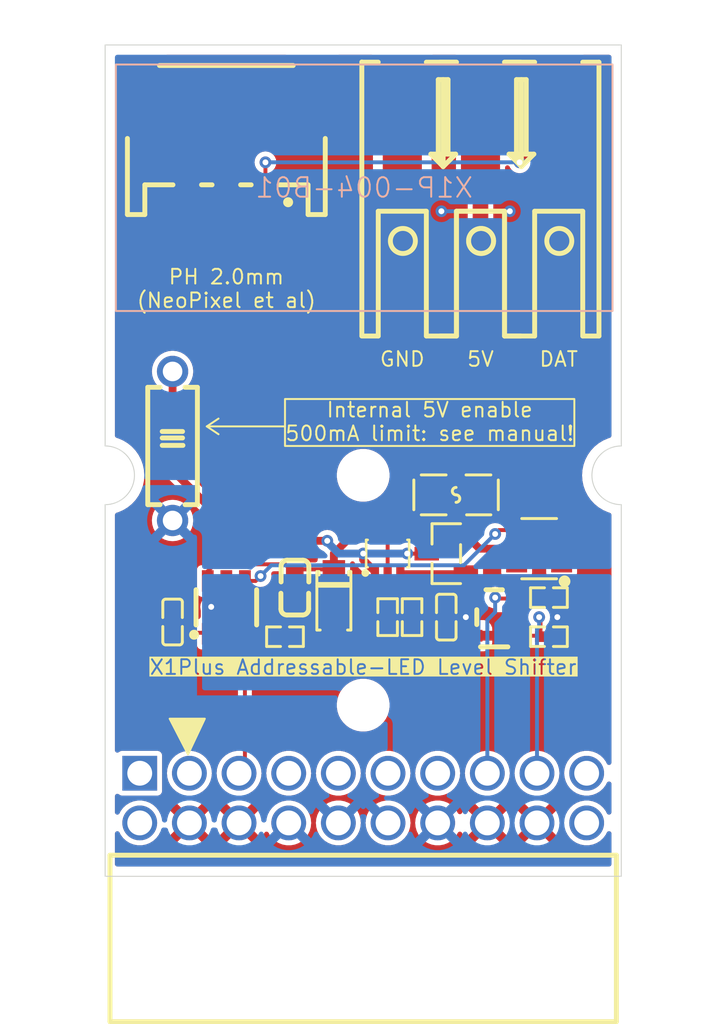
<source format=kicad_pcb>
(kicad_pcb (version 20240108) (generator "pcbnew") (generator_version "8.0")
  (layers (0 "F.Cu" signal) (31 "B.Cu" signal) (34 "B.Paste" user) (35 "F.Paste" user) (36 "B.SilkS" user "B.Silkscreen") (37 "F.SilkS" user "F.Silkscreen") (38 "B.Mask" user) (39 "F.Mask" user) (44 "Edge.Cuts" user))
  (net 0 "")
  (net 1 "5V")
  (net 2 "GND")
  (net 3 "3V3")
  (net 4 "LD6")
  (net 5 "LD7")
  (net 6 "HD1")
  (net 7 "LD1")
  (net 8 "Net-(U4-G)")
  (net 9 "5V_INT")
  (net 10 "Net-(Q1-Pad2)")
  (net 11 "/5V_SW")
  (net 21 "unconnected-(HDR1-Pad3)")
  (net 23 "Net-(CN1-Pad2)")
  (footprint "x1p-004:HDR-TH_20P-P2.54-H-F-R2-C10-S2.54-W10.2" (layer "F.Cu") (at 68.5 122.5)
    (property "Reference" "HDR1" (hide yes))
    (property "Value" "220R-2*10P H=8.5MM Ytype Gold-plated black")
    (fp_line (start -12.95 2.92) (end -12.7 2.92) (stroke (width 0.25)) (layer "F.SilkS"))
    (fp_line (start -12.95 11.43) (end -12.95 2.92) (stroke (width 0.25)) (layer "F.SilkS"))
    (fp_line (start -12.7 2.92) (end 12.95 2.92) (stroke (width 0.25)) (layer "F.SilkS"))
    (fp_line (start 12.95 2.92) (end 12.95 11.43) (stroke (width 0.25)) (layer "F.SilkS"))
    (fp_line (start 12.95 11.43) (end -12.95 11.43) (stroke (width 0.25)) (layer "F.SilkS"))
    (pad "1" thru_hole rect (at -11.43 -1.27) (size 1.78 1.78) (drill 1.27) (layers "*.Cu" "*.Mask"))
    (pad "2" thru_hole circle (at -11.43 1.27) (size 1.78 1.78) (drill 1.27) (layers "*.Cu" "*.Mask"))
    (pad "3" thru_hole circle (at -8.89 -1.27) (size 1.78 1.78) (drill 1.27) (layers "*.Cu" "*.Mask") (net 21 "unconnected-(HDR1-Pad3)"))
    (pad "4" thru_hole circle (at -8.89 1.27) (size 1.78 1.78) (drill 1.27) (layers "*.Cu" "*.Mask") (net 2 "GND"))
    (pad "5" thru_hole circle (at -6.35 -1.27) (size 1.78 1.78) (drill 1.27) (layers "*.Cu" "*.Mask") (net 7 "LD1"))
    (pad "6" thru_hole circle (at -6.35 1.27) (size 1.78 1.78) (drill 1.27) (layers "*.Cu" "*.Mask") (net 2 "GND"))
    (pad "7" thru_hole circle (at -3.81 -1.27) (size 1.78 1.78) (drill 1.27) (layers "*.Cu" "*.Mask"))
    (pad "8" thru_hole circle (at -3.81 1.27) (size 1.78 1.78) (drill 1.27) (layers "*.Cu" "*.Mask") (net 3 "3V3"))
    (pad "9" thru_hole circle (at -1.27 -1.27) (size 1.78 1.78) (drill 1.27) (layers "*.Cu" "*.Mask"))
    (pad "10" thru_hole circle (at -1.27 1.27) (size 1.78 1.78) (drill 1.27) (layers "*.Cu" "*.Mask") (net 1 "5V"))
    (pad "11" thru_hole circle (at 1.27 -1.27) (size 1.78 1.78) (drill 1.27) (layers "*.Cu" "*.Mask"))
    (pad "12" thru_hole circle (at 1.27 1.27) (size 1.78 1.78) (drill 1.27) (layers "*.Cu" "*.Mask") (net 1 "5V"))
    (pad "13" thru_hole circle (at 3.81 -1.27) (size 1.78 1.78) (drill 1.27) (layers "*.Cu" "*.Mask"))
    (pad "14" thru_hole circle (at 3.81 1.27) (size 1.78 1.78) (drill 1.27) (layers "*.Cu" "*.Mask") (net 3 "3V3"))
    (pad "15" thru_hole circle (at 6.35 -1.27) (size 1.78 1.78) (drill 1.27) (layers "*.Cu" "*.Mask") (net 4 "LD6"))
    (pad "16" thru_hole circle (at 6.35 1.27) (size 1.78 1.78) (drill 1.27) (layers "*.Cu" "*.Mask") (net 2 "GND"))
    (pad "17" thru_hole circle (at 8.89 -1.27) (size 1.78 1.78) (drill 1.27) (layers "*.Cu" "*.Mask") (net 5 "LD7"))
    (pad "18" thru_hole circle (at 8.89 1.27) (size 1.78 1.78) (drill 1.27) (layers "*.Cu" "*.Mask") (net 2 "GND"))
    (pad "19" thru_hole circle (at 11.43 -1.27) (size 1.78 1.78) (drill 1.27) (layers "*.Cu" "*.Mask"))
    (pad "20" thru_hole circle (at 11.43 1.27) (size 1.78 1.78) (drill 1.27) (layers "*.Cu" "*.Mask"))
  )
  (footprint "x1p-004:SOT-23-5_L2.9-W1.6-P0.95-LS2.8-BL" (layer "F.Cu") (at 75.2 113.25 90)
    (property "Reference" "U1" (hide yes))
    (property "Value" "AD24C02" (hide yes))
    (fp_line (start -0.38 -0.89) (end 0.38 -0.89) (stroke (width 0.25)) (layer "F.SilkS"))
    (fp_line (start -1.52 -0.7) (end -1.52 0.7) (stroke (width 0.25)) (layer "F.SilkS"))
    (fp_line (start 1.4 -0.42) (end 1.4 0.42) (stroke (width 0.25)) (layer "F.SilkS"))
    (pad "1" smd rect (at -0.95 1.1 90) (size 0.6 1) (layers "F.Cu" "F.Paste" "F.Mask") (net 5 "LD7"))
    (pad "2" smd rect (at 0 1.1 90) (size 0.6 1) (layers "F.Cu" "F.Paste" "F.Mask") (net 2 "GND"))
    (pad "3" smd rect (at 0.95 1.1 90) (size 0.6 1) (layers "F.Cu" "F.Paste" "F.Mask") (net 4 "LD6"))
    (pad "4" smd rect (at 0.95 -1.1 90) (size 0.6 1) (layers "F.Cu" "F.Paste" "F.Mask") (net 3 "3V3"))
    (pad "5" smd rect (at -0.95 -1.1 90) (size 0.6 1) (layers "F.Cu" "F.Paste" "F.Mask") (net 2 "GND"))
  )
  (footprint "MountingHole:MountingHole_2.2mm_M2" (layer "F.Cu") (at 68.5 106)
    (property "Reference" "H2" (hide yes))
    (property "Value" "MountingHole")
    (pad "" np_thru_hole circle (at 0 0) (size 2.2 2.2) (drill 2.2) (layers "*.Cu" "*.Mask"))
  )
  (footprint "x1p-004:CONN-SMD_2060-453" (layer "F.Cu") (at 74.5 92.5 -90)
    (property "Reference" "U2" (hide yes))
    (property "Value" "2060-453/998-404")
    (fp_line (start -7.63 6.07) (end 6.37 6.07) (stroke (width 0.25)) (layer "F.SilkS"))
    (fp_line (start -7.62 5.23) (end -7.62 6.07) (stroke (width 0.25)) (layer "F.SilkS"))
    (fp_line (start 0 5.23) (end 0 2.83) (stroke (width 0.25)) (layer "F.SilkS"))
    (fp_line (start 6.38 5.23) (end 6.38 6.07) (stroke (width 0.25)) (layer "F.SilkS"))
    (fp_line (start 6.38 5.23) (end 0 5.23) (stroke (width 0.25)) (layer "F.SilkS"))
    (fp_line (start 0 2.83) (end 0 2.77) (stroke (width 0.25)) (layer "F.SilkS"))
    (fp_line (start 6.38 2.77) (end 0 2.77) (stroke (width 0.25)) (layer "F.SilkS"))
    (fp_line (start -2.92 2.54) (end -2.41 2.03) (stroke (width 0.25)) (layer "F.SilkS"))
    (fp_line (start -6.73 2.16) (end -2.79 2.16) (stroke (width 0.25)) (layer "F.SilkS"))
    (fp_line (start -2.79 2.16) (end -2.66 2.03) (stroke (width 0.25)) (layer "F.SilkS"))
    (fp_line (start -2.41 2.03) (end -2.28 1.91) (stroke (width 0.25)) (layer "F.SilkS"))
    (fp_line (start -2.28 1.91) (end -6.73 1.91) (stroke (width 0.25)) (layer "F.SilkS"))
    (fp_line (start -2.28 1.91) (end -2.92 1.27) (stroke (width 0.25)) (layer "F.SilkS"))
    (fp_line (start -6.73 1.66) (end -6.73 2.16) (stroke (width 0.25)) (layer "F.SilkS"))
    (fp_line (start -2.92 1.66) (end -6.73 1.66) (stroke (width 0.25)) (layer "F.SilkS"))
    (fp_line (start -2.92 1.27) (end -2.92 2.54) (stroke (width 0.25)) (layer "F.SilkS"))
    (fp_line (start -7.62 1.23) (end -7.62 2.77) (stroke (width 0.25)) (layer "F.SilkS"))
    (fp_line (start -7.62 1.23) (end -7.62 2.07) (stroke (width 0.25)) (layer "F.SilkS"))
    (fp_line (start 0 1.23) (end 0 -1.17) (stroke (width 0.25)) (layer "F.SilkS"))
    (fp_line (start 0 1.23) (end 0 -1.17) (stroke (width 0.25)) (layer "F.SilkS"))
    (fp_line (start 6.38 1.23) (end 6.38 2.77) (stroke (width 0.25)) (layer "F.SilkS"))
    (fp_line (start 6.38 1.23) (end 6.38 2.07) (stroke (width 0.25)) (layer "F.SilkS"))
    (fp_line (start 6.38 1.23) (end 0 1.23) (stroke (width 0.25)) (layer "F.SilkS"))
    (fp_line (start 6.38 1.23) (end 0 1.23) (stroke (width 0.25)) (layer "F.SilkS"))
    (fp_line (start 0 -1.17) (end 0 -1.23) (stroke (width 0.25)) (layer "F.SilkS"))
    (fp_line (start 0 -1.17) (end 0 -1.23) (stroke (width 0.25)) (layer "F.SilkS"))
    (fp_line (start 6.38 -1.23) (end 0 -1.23) (stroke (width 0.25)) (layer "F.SilkS"))
    (fp_line (start 6.38 -1.23) (end 0 -1.23) (stroke (width 0.25)) (layer "F.SilkS"))
    (fp_line (start -2.92 -1.46) (end -2.41 -1.97) (stroke (width 0.25)) (layer "F.SilkS"))
    (fp_line (start -6.73 -1.84) (end -2.79 -1.84) (stroke (width 0.25)) (layer "F.SilkS"))
    (fp_line (start -2.79 -1.84) (end -2.66 -1.97) (stroke (width 0.25)) (layer "F.SilkS"))
    (fp_line (start -2.41 -1.97) (end -2.28 -2.09) (stroke (width 0.25)) (layer "F.SilkS"))
    (fp_line (start -7.62 -2.06) (end -7.62 -1.23) (stroke (width 0.25)) (layer "F.SilkS"))
    (fp_line (start 6.38 -2.06) (end 6.38 -1.23) (stroke (width 0.25)) (layer "F.SilkS"))
    (fp_line (start -2.28 -2.09) (end -6.73 -2.09) (stroke (width 0.25)) (layer "F.SilkS"))
    (fp_line (start -2.28 -2.09) (end -2.92 -2.73) (stroke (width 0.25)) (layer "F.SilkS"))
    (fp_line (start -6.73 -2.34) (end -6.73 -1.84) (stroke (width 0.25)) (layer "F.SilkS"))
    (fp_line (start -2.92 -2.34) (end -6.73 -2.34) (stroke (width 0.25)) (layer "F.SilkS"))
    (fp_line (start -2.92 -2.73) (end -2.92 -1.46) (stroke (width 0.25)) (layer "F.SilkS"))
    (fp_line (start -7.62 -2.77) (end -7.62 -1.23) (stroke (width 0.25)) (layer "F.SilkS"))
    (fp_line (start 0 -2.77) (end 0 -5.17) (stroke (width 0.25)) (layer "F.SilkS"))
    (fp_line (start 6.38 -2.77) (end 6.38 -1.23) (stroke (width 0.25)) (layer "F.SilkS"))
    (fp_line (start 6.38 -2.77) (end 0 -2.77) (stroke (width 0.25)) (layer "F.SilkS"))
    (fp_line (start 0 -5.17) (end 0 -5.23) (stroke (width 0.25)) (layer "F.SilkS"))
    (fp_line (start 6.38 -5.23) (end 0 -5.23) (stroke (width 0.25)) (layer "F.SilkS"))
    (fp_line (start -7.62 -6.06) (end -7.62 -5.23) (stroke (width 0.25)) (layer "F.SilkS"))
    (fp_line (start -7.62 -6.06) (end 6.38 -6.06) (stroke (width 0.25)) (layer "F.SilkS"))
    (fp_line (start 6.38 -6.06) (end 6.38 -5.23) (stroke (width 0.25)) (layer "F.SilkS"))
    (fp_circle (center 1.52 3.97) (end 2.16 3.97) (stroke (width 0.25)) (fill none) (layer "F.SilkS"))
    (fp_circle (center 1.52 -0.03) (end 2.16 -0.03) (stroke (width 0.25)) (fill none) (layer "F.SilkS"))
    (fp_circle (center 1.52 -0.03) (end 2.16 -0.03) (stroke (width 0.25)) (fill none) (layer "F.SilkS"))
    (fp_circle (center 1.52 -4.03) (end 2.16 -4.03) (stroke (width 0.25)) (fill none) (layer "F.SilkS"))
    (pad "1" smd rect (at -4.63 -4) (size 2 6) (layers "F.Cu" "F.Paste" "F.Mask") (net 6 "HD1"))
    (pad "1" smd rect (at 4.63 -4) (size 2 3.5) (layers "F.Cu" "F.Paste" "F.Mask") (net 6 "HD1"))
    (pad "2" smd rect (at -4.63 0) (size 2 6) (layers "F.Cu" "F.Paste" "F.Mask") (net 23 "Net-(CN1-Pad2)"))
    (pad "2" smd rect (at 4.63 0) (size 2 3.5) (layers "F.Cu" "F.Paste" "F.Mask") (net 23 "Net-(CN1-Pad2)"))
    (pad "3" smd rect (at -4.63 4) (size 2 6) (layers "F.Cu" "F.Paste" "F.Mask") (net 2 "GND"))
    (pad "3" smd rect (at 4.63 4) (size 2 3.5) (layers "F.Cu" "F.Paste" "F.Mask") (net 2 "GND"))
  )
  (footprint "x1p-004:F0805" (layer "F.Cu") (at 73.25 107 180)
    (property "Reference" "F1" (hide yes))
    (property "Value" "500ma" (hide yes))
    (fp_line (start 2.16 -0.76) (end 2.16 0.76) (stroke (width 0.15)) (layer "F.SilkS"))
    (fp_line (start 1.78 -1.02) (end 0.51 -1.02) (stroke (width 0.15)) (layer "F.SilkS"))
    (fp_line (start 0.51 1.02) (end 1.78 1.02) (stroke (width 0.15)) (layer "F.SilkS"))
    (fp_line (start -0.51 1.02) (end -1.78 1.02) (stroke (width 0.15)) (layer "F.SilkS"))
    (fp_line (start -1.78 -1.02) (end -0.54 -1.02) (stroke (width 0.15)) (layer "F.SilkS"))
    (fp_line (start -2.16 -0.76) (end -2.16 0.76) (stroke (width 0.15)) (layer "F.SilkS"))
    (fp_arc (start 0 0) (mid 0.19 0.19) (end 0 0.38) (stroke (width 0.15)) (layer "F.SilkS"))
    (fp_arc (start 0 0) (mid -0.19 -0.19) (end 0 -0.38) (stroke (width 0.15)) (layer "F.SilkS"))
    (pad "1" smd rect (at -1.14 0 180) (size 1.33 1.5) (layers "F.Cu" "F.Paste" "F.Mask") (net 9 "5V_INT"))
    (pad "2" smd rect (at 1.14 0 180) (size 1.33 1.5) (layers "F.Cu" "F.Paste" "F.Mask") (net 23 "Net-(CN1-Pad2)"))
  )
  (footprint "x1p-004:SOT-23-6_L2.9-W1.6-P0.95-LS2.8-BR" (layer "F.Cu") (at 61.5 112.75 -90)
    (property "Reference" "U3" (hide yes))
    (property "Value" "SN74LVC1T45DBVR" (hide yes))
    (fp_line (start -0.9 1.55) (end 0.9 1.55) (stroke (width 0.25)) (layer "F.SilkS"))
    (fp_line (start -0.9 -1.55) (end 0.9 -1.55) (stroke (width 0.25)) (layer "F.SilkS"))
    (fp_circle (center 1.4 1.65) (end 1.53 1.65) (stroke (width 0.25)) (fill none) (layer "F.SilkS"))
    (pad "1" smd rect (at 1.35 0.95 270) (size 1.1 0.6) (layers "F.Cu" "F.Paste" "F.Mask") (net 3 "3V3"))
    (pad "2" smd rect (at 1.35 0 270) (size 1.1 0.6) (layers "F.Cu" "F.Paste" "F.Mask") (net 2 "GND"))
    (pad "3" smd rect (at 1.35 -0.95 270) (size 1.1 0.6) (layers "F.Cu" "F.Paste" "F.Mask") (net 7 "LD1"))
    (pad "4" smd rect (at -1.35 -0.95 270) (size 1.1 0.6) (layers "F.Cu" "F.Paste" "F.Mask") (net 6 "HD1"))
    (pad "5" smd rect (at -1.35 0 270) (size 1.1 0.6) (layers "F.Cu" "F.Paste" "F.Mask") (net 3 "3V3"))
    (pad "6" smd rect (at -1.35 0.95 270) (size 1.1 0.6) (layers "F.Cu" "F.Paste" "F.Mask") (net 9 "5V_INT"))
  )
  (footprint "x1p-004:R0402" (layer "F.Cu") (at 78 114.25)
    (property "Reference" "R2" (hide yes))
    (property "Value" "3.3k" (hide yes))
    (fp_line (start -0.94 -0.5) (end -0.23 -0.5) (stroke (width 0.15)) (layer "F.SilkS"))
    (fp_line (start -0.94 0.5) (end -0.94 -0.5) (stroke (width 0.15)) (layer "F.SilkS"))
    (fp_line (start -0.23 0.5) (end -0.94 0.5) (stroke (width 0.15)) (layer "F.SilkS"))
    (fp_line (start 0.23 0.5) (end 0.94 0.5) (stroke (width 0.15)) (layer "F.SilkS"))
    (fp_line (start 0.94 -0.5) (end 0.23 -0.5) (stroke (width 0.15)) (layer "F.SilkS"))
    (fp_line (start 0.94 0.5) (end 0.94 -0.5) (stroke (width 0.15)) (layer "F.SilkS"))
    (pad "1" smd rect (at -0.43 0) (size 0.57 0.54) (layers "F.Cu" "F.Paste" "F.Mask") (net 5 "LD7"))
    (pad "2" smd rect (at 0.43 0) (size 0.57 0.54) (layers "F.Cu" "F.Paste" "F.Mask") (net 3 "3V3"))
  )
  (footprint "x1p-004:SW-TH_DSIC01THGET" (layer "F.Cu") (at 58.75 104.5)
    (property "Reference" "SW1" (hide yes))
    (property "Value" "DSIC01THGET" (hide yes))
    (fp_line (start -1.27 -3) (end -1.27 3) (stroke (width 0.25)) (layer "F.SilkS"))
    (fp_line (start -1.27 -3) (end -0.64 -3) (stroke (width 0.25)) (layer "F.SilkS"))
    (fp_line (start -1.27 3) (end -0.64 3) (stroke (width 0.25)) (layer "F.SilkS"))
    (fp_line (start -0.53 -0.74) (end 0.51 -0.74) (stroke (width 0.25)) (layer "F.SilkS"))
    (fp_line (start -0.53 -0.41) (end 0.51 -0.41) (stroke (width 0.25)) (layer "F.SilkS"))
    (fp_line (start -0.53 -0.03) (end 0.53 -0.03) (stroke (width 0.25)) (layer "F.SilkS"))
    (fp_line (start 0.64 -3) (end 1.27 -3) (stroke (width 0.25)) (layer "F.SilkS"))
    (fp_line (start 0.64 3) (end 1.27 3) (stroke (width 0.25)) (layer "F.SilkS"))
    (fp_line (start 1.27 -3) (end 1.27 3) (stroke (width 0.25)) (layer "F.SilkS"))
    (pad "1" thru_hole circle (at 0 -3.81 90) (size 1.6 1.6) (drill 0.999998) (layers "*.Cu" "*.Mask") (net 11 "/5V_SW"))
    (pad "2" thru_hole circle (at 0 3.81 90) (size 1.6 1.6) (drill 0.999998) (layers "*.Cu" "*.Mask") (net 1 "5V"))
  )
  (footprint "x1p-004:SOT-363_L2.0-W1.3-P0.65-LS2.1-TL" (layer "F.Cu") (at 69.75 110 90)
    (property "Reference" "Q1" (hide yes))
    (property "Value" "BC857BS,115")
    (fp_line (start 0.7 -1.1) (end 0.7 -1.02) (stroke (width 0.13)) (layer "F.SilkS"))
    (fp_line (start -0.7 -1.1) (end 0.7 -1.1) (stroke (width 0.13)) (layer "F.SilkS"))
    (fp_line (start -0.7 -1.1) (end -0.7 -1.02) (stroke (width 0.13)) (layer "F.SilkS"))
    (fp_line (start 0.7 1.01) (end 0.7 1.1) (stroke (width 0.13)) (layer "F.SilkS"))
    (fp_line (start -0.7 1.01) (end -0.7 1.1) (stroke (width 0.13)) (layer "F.SilkS"))
    (fp_line (start -0.7 1.1) (end 0.7 1.1) (stroke (width 0.13)) (layer "F.SilkS"))
    (fp_circle (center -0.99 -1.14) (end -0.89 -1.14) (stroke (width 0.2)) (fill none) (layer "F.SilkS"))
    (pad "1" smd rect (at -0.92 -0.65 90) (size 0.7 0.42) (layers "F.Cu" "F.Paste" "F.Mask") (net 11 "/5V_SW"))
    (pad "2" smd rect (at -0.92 0 90) (size 0.7 0.42) (layers "F.Cu" "F.Paste" "F.Mask") (net 10 "Net-(Q1-Pad2)"))
    (pad "3" smd rect (at -0.92 0.65 90) (size 0.7 0.42) (layers "F.Cu" "F.Paste" "F.Mask") (net 8 "Net-(U4-G)"))
    (pad "4" smd rect (at 0.92 0.65 90) (size 0.7 0.42) (layers "F.Cu" "F.Paste" "F.Mask") (net 9 "5V_INT"))
    (pad "5" smd rect (at 0.92 0 90) (size 0.7 0.42) (layers "F.Cu" "F.Paste" "F.Mask") (net 10 "Net-(Q1-Pad2)"))
    (pad "6" smd rect (at 0.92 -0.65 90) (size 0.7 0.42) (layers "F.Cu" "F.Paste" "F.Mask") (net 10 "Net-(Q1-Pad2)"))
  )
  (footprint "x1p-004:SOD-123_L2.8-W1.8-LS3.7-RD" (layer "F.Cu") (at 67 112.5 -90)
    (property "Reference" "D1" (hide yes))
    (property "Value" "6.2V" (hide yes))
    (fp_line (start -1.58 0.87) (end -1.58 0.76) (stroke (width 0.15)) (layer "F.SilkS"))
    (fp_line (start -1.41 0.87) (end -1.58 0.87) (stroke (width 0.15)) (layer "F.SilkS"))
    (fp_line (start -1.41 0.87) (end 1.41 0.87) (stroke (width 0.15)) (layer "F.SilkS"))
    (fp_line (start 1.41 0.87) (end 1.41 0.7) (stroke (width 0.15)) (layer "F.SilkS"))
    (fp_line (start -1.58 0.76) (end -1.41 0.76) (stroke (width 0.15)) (layer "F.SilkS"))
    (fp_line (start -1.41 0.76) (end -1.41 0.87) (stroke (width 0.15)) (layer "F.SilkS"))
    (fp_line (start -1.58 -0.76) (end -1.41 -0.76) (stroke (width 0.15)) (layer "F.SilkS"))
    (fp_line (start -1.58 -0.76) (end -1.58 -0.87) (stroke (width 0.15)) (layer "F.SilkS"))
    (fp_line (start -1.58 -0.87) (end -1.41 -0.87) (stroke (width 0.15)) (layer "F.SilkS"))
    (fp_line (start -1.41 -0.87) (end -1.41 -0.76) (stroke (width 0.15)) (layer "F.SilkS"))
    (fp_line (start -1.41 -0.87) (end 1.41 -0.87) (stroke (width 0.15)) (layer "F.SilkS"))
    (fp_line (start -0.97 -0.87) (end -0.97 0.87) (stroke (width 0.15)) (layer "F.SilkS"))
    (fp_line (start -0.83 -0.87) (end -0.83 0.87) (stroke (width 0.15)) (layer "F.SilkS"))
    (fp_line (start 1.41 -0.87) (end 1.41 -0.7) (stroke (width 0.15)) (layer "F.SilkS"))
    (pad "1" smd rect (at -1.69 0 270) (size 0.95 1.15) (layers "F.Cu" "F.Paste" "F.Mask") (net 9 "5V_INT"))
    (pad "2" smd rect (at 1.69 0 270) (size 0.95 1.15) (layers "F.Cu" "F.Paste" "F.Mask") (net 2 "GND"))
  )
  (footprint "x1p-004:C0402" (layer "F.Cu") (at 58.75 113.5 90)
    (property "Reference" "C3" (hide yes))
    (property "Value" "0.1uf")
    (fp_line (start 1.02 -0.5) (end 0.23 -0.5) (stroke (width 0.15)) (layer "F.SilkS"))
    (fp_line (start -1.02 -0.5) (end -0.23 -0.5) (stroke (width 0.15)) (layer "F.SilkS"))
    (fp_line (start 1.17 0.35) (end 1.17 -0.35) (stroke (width 0.15)) (layer "F.SilkS"))
    (fp_line (start -1.17 0.35) (end -1.17 -0.35) (stroke (width 0.15)) (layer "F.SilkS"))
    (fp_line (start 0.23 0.5) (end 1.02 0.5) (stroke (width 0.15)) (layer "F.SilkS"))
    (fp_line (start -0.23 0.5) (end -1.02 0.5) (stroke (width 0.15)) (layer "F.SilkS"))
    (fp_arc (start 1.02 -0.5) (mid 1.126066 -0.456066) (end 1.17 -0.35) (stroke (width 0.15)) (layer "F.SilkS"))
    (fp_arc (start -1.17 -0.35) (mid -1.126066 -0.456066) (end -1.02 -0.5) (stroke (width 0.15)) (layer "F.SilkS"))
    (fp_arc (start 1.17 0.35) (mid 1.126066 0.456066) (end 1.02 0.5) (stroke (width 0.15)) (layer "F.SilkS"))
    (fp_arc (start -1.02 0.5) (mid -1.126066 0.456066) (end -1.17 0.35) (stroke (width 0.15)) (layer "F.SilkS"))
    (pad "1" smd rect (at -0.55 0 90) (size 0.79 0.54) (layers "F.Cu" "F.Paste" "F.Mask") (net 3 "3V3"))
    (pad "2" smd rect (at 0.55 0 90) (size 0.79 0.54) (layers "F.Cu" "F.Paste" "F.Mask") (net 2 "GND"))
  )
  (footprint "x1p-004:C0402" (layer "F.Cu") (at 72.75 113.25 -90)
    (property "Reference" "C2" (hide yes))
    (property "Value" "0.1uf" (hide yes))
    (fp_line (start -0.23 0.5) (end -1.02 0.5) (stroke (width 0.15)) (layer "F.SilkS"))
    (fp_line (start 0.23 0.5) (end 1.02 0.5) (stroke (width 0.15)) (layer "F.SilkS"))
    (fp_line (start -1.17 0.35) (end -1.17 -0.35) (stroke (width 0.15)) (layer "F.SilkS"))
    (fp_line (start 1.17 0.35) (end 1.17 -0.35) (stroke (width 0.15)) (layer "F.SilkS"))
    (fp_line (start -1.02 -0.5) (end -0.23 -0.5) (stroke (width 0.15)) (layer "F.SilkS"))
    (fp_line (start 1.02 -0.5) (end 0.23 -0.5) (stroke (width 0.15)) (layer "F.SilkS"))
    (fp_arc (start -1.02 0.5) (mid -1.126066 0.456066) (end -1.17 0.35) (stroke (width 0.15)) (layer "F.SilkS"))
    (fp_arc (start 1.17 0.35) (mid 1.126066 0.456066) (end 1.02 0.5) (stroke (width 0.15)) (layer "F.SilkS"))
    (fp_arc (start -1.17 -0.35) (mid -1.126066 -0.456066) (end -1.02 -0.5) (stroke (width 0.15)) (layer "F.SilkS"))
    (fp_arc (start 1.02 -0.5) (mid 1.126066 -0.456066) (end 1.17 -0.35) (stroke (width 0.15)) (layer "F.SilkS"))
    (pad "1" smd rect (at -0.55 0 270) (size 0.79 0.54) (layers "F.Cu" "F.Paste" "F.Mask") (net 3 "3V3"))
    (pad "2" smd rect (at 0.55 0 270) (size 0.79 0.54) (layers "F.Cu" "F.Paste" "F.Mask") (net 2 "GND"))
  )
  (footprint "x1p-004:CONN-SMD_3P-P2.0-HC-PH-3AWT" (layer "F.Cu") (at 61.5 89.5 180)
    (property "Reference" "CN1" (hide yes))
    (property "Value" "HC-PH-3AWT")
    (fp_line (start 5.06 -3.17) (end 5.06 0.72) (stroke (width 0.25)) (layer "F.SilkS"))
    (fp_line (start 4.17 -1.65) (end 4.17 -3.17) (stroke (width 0.25)) (layer "F.SilkS"))
    (fp_line (start 4.17 -3.17) (end 5.06 -3.17) (stroke (width 0.25)) (layer "F.SilkS"))
    (fp_line (start 2.73 -1.65) (end 4.17 -1.65) (stroke (width 0.25)) (layer "F.SilkS"))
    (fp_line (start 0.73 -1.65) (end 1.27 -1.65) (stroke (width 0.25)) (layer "F.SilkS"))
    (fp_line (start -1.27 -1.65) (end -0.73 -1.65) (stroke (width 0.25)) (layer "F.SilkS"))
    (fp_line (start -2.78 -1.65) (end -2.73 -1.65) (stroke (width 0.25)) (layer "F.SilkS"))
    (fp_line (start -3.42 4.45) (end 3.42 4.45) (stroke (width 0.25)) (layer "F.SilkS"))
    (fp_line (start -4.18 -1.65) (end -2.78 -1.65) (stroke (width 0.25)) (layer "F.SilkS"))
    (fp_line (start -4.18 -3.17) (end -4.18 -1.65) (stroke (width 0.25)) (layer "F.SilkS"))
    (fp_line (start -5.06 0.72) (end -5.06 -3.17) (stroke (width 0.25)) (layer "F.SilkS"))
    (fp_line (start -5.06 -3.17) (end -4.18 -3.17) (stroke (width 0.25)) (layer "F.SilkS"))
    (fp_circle (center -3.16 -2.54) (end -3.03 -2.54) (stroke (width 0.25)) (fill none) (layer "F.SilkS"))
    (pad "1" smd rect (at -2 -2.95) (size 1 3.2) (layers "F.Cu" "F.Paste" "F.Mask") (net 6 "HD1"))
    (pad "2" smd rect (at 0 -2.95) (size 1 3.2) (layers "F.Cu" "F.Paste" "F.Mask") (net 23 "Net-(CN1-Pad2)"))
    (pad "3" smd rect (at 2 -2.95) (size 1 3.2) (layers "F.Cu" "F.Paste" "F.Mask") (net 2 "GND"))
    (pad "4" smd rect (at 4.4 2.95) (size 1.5 4) (layers "F.Cu" "F.Paste" "F.Mask") (net 2 "GND"))
    (pad "5" smd rect (at -4.4 2.95) (size 1.5 4) (layers "F.Cu" "F.Paste" "F.Mask") (net 2 "GND"))
  )
  (footprint "x1p-004:R0402" (layer "F.Cu") (at 71 113.25 90)
    (property "Reference" "R3" (hide yes))
    (property "Value" "100k" (hide yes))
    (fp_line (start 0.94 -0.5) (end 0.23 -0.5) (stroke (width 0.15)) (layer "F.SilkS"))
    (fp_line (start -0.94 -0.5) (end -0.23 -0.5) (stroke (width 0.15)) (layer "F.SilkS"))
    (fp_line (start 0.94 0.5) (end 0.94 -0.5) (stroke (width 0.15)) (layer "F.SilkS"))
    (fp_line (start 0.23 0.5) (end 0.94 0.5) (stroke (width 0.15)) (layer "F.SilkS"))
    (fp_line (start -0.23 0.5) (end -0.94 0.5) (stroke (width 0.15)) (layer "F.SilkS"))
    (fp_line (start -0.94 0.5) (end -0.94 -0.5) (stroke (width 0.15)) (layer "F.SilkS"))
    (pad "1" smd rect (at -0.43 0 90) (size 0.57 0.54) (layers "F.Cu" "F.Paste" "F.Mask") (net 2 "GND"))
    (pad "2" smd rect (at 0.43 0 90) (size 0.57 0.54) (layers "F.Cu" "F.Paste" "F.Mask") (net 8 "Net-(U4-G)"))
  )
  (footprint "x1p-004:SOT-23-3_L2.9-W1.3-P1.90-LS2.4-BR" (layer "F.Cu") (at 72.75 110.005)
    (property "Reference" "U4" (hide yes))
    (property "Value" "SI2301-ZE" (hide yes))
    (fp_line (start -0.73 -1.53) (end -0.73 -0.49) (stroke (width 0.15)) (layer "F.SilkS"))
    (fp_line (start -0.73 1.53) (end -0.73 0.49) (stroke (width 0.15)) (layer "F.SilkS"))
    (fp_line (start 0.73 -1.53) (end -0.73 -1.53) (stroke (width 0.15)) (layer "F.SilkS"))
    (fp_line (start 0.73 -0.46) (end 0.73 0.46) (stroke (width 0.15)) (layer "F.SilkS"))
    (fp_line (start 0.73 1.53) (end -0.73 1.53) (stroke (width 0.15)) (layer "F.SilkS"))
    (pad "1" smd rect (at 1 0.95) (size 1.25 0.7) (layers "F.Cu" "F.Paste" "F.Mask") (net 8 "Net-(U4-G)"))
    (pad "2" smd rect (at 1 -0.95) (size 1.25 0.7) (layers "F.Cu" "F.Paste" "F.Mask") (net 9 "5V_INT"))
    (pad "3" smd rect (at -1 0) (size 1.25 0.7) (layers "F.Cu" "F.Paste" "F.Mask") (net 11 "/5V_SW"))
  )
  (footprint "x1p-004:R0402" (layer "F.Cu") (at 64.5 114.25)
    (property "Reference" "R6" (hide yes))
    (property "Value" "3.3k")
    (fp_line (start -0.94 -0.5) (end -0.23 -0.5) (stroke (width 0.15)) (layer "F.SilkS"))
    (fp_line (start -0.94 0.5) (end -0.94 -0.5) (stroke (width 0.15)) (layer "F.SilkS"))
    (fp_line (start -0.23 0.5) (end -0.94 0.5) (stroke (width 0.15)) (layer "F.SilkS"))
    (fp_line (start 0.23 0.5) (end 0.94 0.5) (stroke (width 0.15)) (layer "F.SilkS"))
    (fp_line (start 0.94 -0.5) (end 0.23 -0.5) (stroke (width 0.15)) (layer "F.SilkS"))
    (fp_line (start 0.94 0.5) (end 0.94 -0.5) (stroke (width 0.15)) (layer "F.SilkS"))
    (pad "1" smd rect (at -0.43 0) (size 0.57 0.54) (layers "F.Cu" "F.Paste" "F.Mask") (net 7 "LD1"))
    (pad "2" smd rect (at 0.43 0) (size 0.57 0.54) (layers "F.Cu" "F.Paste" "F.Mask") (net 2 "GND"))
  )
  (footprint "x1p-004:C0603" (layer "F.Cu") (at 65 111.75 -90)
    (property "Reference" "C1" (hide yes))
    (property "Value" "1uF" (hide yes))
    (fp_line (start 0.28 0.71) (end 1.08 0.71) (stroke (width 0.25)) (layer "F.SilkS"))
    (fp_line (start -0.3 0.7) (end -1.1 0.7) (stroke (width 0.25)) (layer "F.SilkS"))
    (fp_line (start 1.39 -0.4) (end 1.39 0.4) (stroke (width 0.25)) (layer "F.SilkS"))
    (fp_line (start -1.41 -0.41) (end -1.41 0.39) (stroke (width 0.25)) (layer "F.SilkS"))
    (fp_line (start 0.28 -0.71) (end 1.08 -0.71) (stroke (width 0.25)) (layer "F.SilkS"))
    (fp_line (start -0.3 -0.72) (end -1.1 -0.72) (stroke (width 0.25)) (layer "F.SilkS"))
    (fp_arc (start -1.1 0.7) (mid -1.319203 0.609203) (end -1.41 0.39) (stroke (width 0.25)) (layer "F.SilkS"))
    (fp_arc (start 1.39 0.4) (mid 1.299203 0.619203) (end 1.08 0.71) (stroke (width 0.25)) (layer "F.SilkS"))
    (fp_arc (start -1.41 -0.41) (mid -1.319203 -0.629203) (end -1.1 -0.72) (stroke (width 0.25)) (layer "F.SilkS"))
    (fp_arc (start 1.08 -0.71) (mid 1.299203 -0.619203) (end 1.39 -0.4) (stroke (width 0.25)) (layer "F.SilkS"))
    (pad "1" smd rect (at -0.7 0 270) (size 0.8 0.9) (layers "F.Cu" "F.Paste" "F.Mask") (net 9 "5V_INT"))
    (pad "2" smd rect (at 0.7 0 270) (size 0.8 0.9) (layers "F.Cu" "F.Paste" "F.Mask") (net 2 "GND"))
  )
  (footprint "MountingHole:MountingHole_2.2mm_M2" (layer "F.Cu") (at 68.5 117.75)
    (property "Reference" "H1" (hide yes))
    (property "Value" "MountingHole")
    (pad "" np_thru_hole circle (at 0 0) (size 2.2 2.2) (drill 2.2) (layers "*.Cu" "*.Mask"))
  )
  (footprint "x1p-004:SOT-23-6_L2.9-W1.6-P0.95-LS2.8-BL" (layer "F.Cu") (at 77.5 109.75 90)
    (property "Reference" "D2" (hide yes))
    (property "Value" "SRV05-4.TCT_C2687126" (hide yes))
    (fp_line (start 1.54 0.89) (end 1.54 -0.89) (stroke (width 0.15)) (layer "F.SilkS"))
    (fp_line (start -1.54 0.89) (end -1.54 -0.89) (stroke (width 0.15)) (layer "F.SilkS"))
    (fp_circle (center -1.67 1.3) (end -1.52 1.3) (stroke (width 0.3)) (fill none) (layer "F.SilkS"))
    (pad "1" smd rect (at -0.95 1.15 90) (size 0.53 1.07) (layers "F.Cu" "F.Paste" "F.Mask"))
    (pad "2" smd rect (at 0 1.15 90) (size 0.53 1.07) (layers "F.Cu" "F.Paste" "F.Mask") (net 2 "GND"))
    (pad "3" smd rect (at 0.95 1.15 90) (size 0.53 1.07) (layers "F.Cu" "F.Paste" "F.Mask") (net 6 "HD1"))
    (pad "4" smd rect (at 0.95 -1.15 90) (size 0.53 1.07) (layers "F.Cu" "F.Paste" "F.Mask") (net 6 "HD1"))
    (pad "5" smd rect (at 0 -1.15 90) (size 0.53 1.07) (layers "F.Cu" "F.Paste" "F.Mask") (net 9 "5V_INT"))
    (pad "6" smd rect (at -0.95 -1.15 90) (size 0.53 1.07) (layers "F.Cu" "F.Paste" "F.Mask"))
  )
  (footprint "x1p-004:R0402" (layer "F.Cu") (at 78 112.25)
    (property "Reference" "R1" (hide yes))
    (property "Value" "3.3k" (hide yes))
    (fp_line (start -0.94 -0.5) (end -0.23 -0.5) (stroke (width 0.15)) (layer "F.SilkS"))
    (fp_line (start -0.94 0.5) (end -0.94 -0.5) (stroke (width 0.15)) (layer "F.SilkS"))
    (fp_line (start -0.23 0.5) (end -0.94 0.5) (stroke (width 0.15)) (layer "F.SilkS"))
    (fp_line (start 0.23 0.5) (end 0.94 0.5) (stroke (width 0.15)) (layer "F.SilkS"))
    (fp_line (start 0.94 -0.5) (end 0.23 -0.5) (stroke (width 0.15)) (layer "F.SilkS"))
    (fp_line (start 0.94 0.5) (end 0.94 -0.5) (stroke (width 0.15)) (layer "F.SilkS"))
    (pad "1" smd rect (at -0.43 0) (size 0.57 0.54) (layers "F.Cu" "F.Paste" "F.Mask") (net 4 "LD6"))
    (pad "2" smd rect (at 0.43 0) (size 0.57 0.54) (layers "F.Cu" "F.Paste" "F.Mask") (net 3 "3V3"))
  )
  (footprint "x1p-004:R0402" (layer "F.Cu") (at 69.75 113.25 90)
    (property "Reference" "R4" (hide yes))
    (property "Value" "68k")
    (fp_line (start 0.94 -0.5) (end 0.23 -0.5) (stroke (width 0.15)) (layer "F.SilkS"))
    (fp_line (start -0.94 -0.5) (end -0.23 -0.5) (stroke (width 0.15)) (layer "F.SilkS"))
    (fp_line (start 0.94 0.5) (end 0.94 -0.5) (stroke (width 0.15)) (layer "F.SilkS"))
    (fp_line (start 0.23 0.5) (end 0.94 0.5) (stroke (width 0.15)) (layer "F.SilkS"))
    (fp_line (start -0.23 0.5) (end -0.94 0.5) (stroke (width 0.15)) (layer "F.SilkS"))
    (fp_line (start -0.94 0.5) (end -0.94 -0.5) (stroke (width 0.15)) (layer "F.SilkS"))
    (pad "1" smd rect (at -0.43 0 90) (size 0.57 0.54) (layers "F.Cu" "F.Paste" "F.Mask") (net 2 "GND"))
    (pad "2" smd rect (at 0.43 0 90) (size 0.57 0.54) (layers "F.Cu" "F.Paste" "F.Mask") (net 10 "Net-(Q1-Pad2)"))
  )
  (gr_rect (start 55.85 85) (end 81.25 97.6) (stroke (width 0.1)) (fill none) (layer "B.SilkS"))
  (gr_line (start 64.5 103.5) (end 60.5 103.5) (stroke (width 0.1)) (layer "F.SilkS"))
  (gr_poly (pts (xy 58.6 118.442288) (xy 59.54 120.262288) (xy 60.4 118.442288)) (stroke (width 0.1)) (fill solid) (layer "F.SilkS"))
  (gr_line (start 60.5 103.5) (end 61.1 103.1) (stroke (width 0.1)) (layer "F.SilkS"))
  (gr_rect (start 64.5 102.1) (end 79.3 104.5) (stroke (width 0.1)) (fill none) (layer "F.SilkS"))
  (gr_line (start 60.5 103.5) (end 61.1 103.9) (stroke (width 0.1)) (layer "F.SilkS"))
  (gr_line (start 81.7 126.5) (end 55.3 126.5) (stroke (width 0.05)) (layer "Edge.Cuts"))
  (gr_arc (start 55.3 104.5) (mid 56.8 106) (end 55.3 107.5) (stroke (width 0.05)) (layer "Edge.Cuts"))
  (gr_line (start 81.7 126.5) (end 81.7 107.5) (stroke (width 0.05)) (layer "Edge.Cuts"))
  (gr_arc (start 81.7 107.5) (mid 80.2 106) (end 81.7 104.5) (stroke (width 0.05)) (layer "Edge.Cuts"))
  (gr_line (start 81.7 84) (end 55.3 84) (stroke (width 0.05)) (layer "Edge.Cuts"))
  (gr_line (start 55.3 126.5) (end 55.3 107.5) (stroke (width 0.05)) (layer "Edge.Cuts"))
  (gr_line (start 81.7 104.5) (end 81.7 84) (stroke (width 0.05)) (layer "Edge.Cuts"))
  (gr_line (start 55.3 104.5) (end 55.3 84) (stroke (width 0.05)) (layer "Edge.Cuts"))
  (gr_text "X1P-004-B01" (at 68.55 91.3 0) (layer "B.SilkS") (effects (font (size 1 1) (thickness 0.1)) (justify mirror)))
  (gr_text "X1Plus Addressable-LED Level Shifter" (at 68.5 116.25 0) (layer "F.SilkS" knockout) (effects (font (size 0.75 0.75) (thickness 0.1)) (justify bottom)))
  (gr_text "Internal 5V enable\n500mA limit: see manual!" (at 71.9 104.3 0) (layer "F.SilkS") (effects (font (size 0.75 0.75) (thickness 0.1)) (justify bottom)))
  (gr_text "DAT" (at 78.5 100.5 0) (layer "F.SilkS") (effects (font (size 0.75 0.75) (thickness 0.1)) (justify bottom)))
  (gr_text "PH 2.0mm\n(NeoPixel et al)" (at 61.5 97.5 0) (layer "F.SilkS") (effects (font (size 0.75 0.75) (thickness 0.1)) (justify bottom)))
  (gr_text "5V" (at 74.5 100.5 0) (layer "F.SilkS") (effects (font (size 0.75 0.75) (thickness 0.1)) (justify bottom)))
  (gr_text "GND" (at 70.5 100.5 0) (layer "F.SilkS") (effects (font (size 0.75 0.75) (thickness 0.1)) (justify bottom)))
  (segment (start 69.38 123.6) (end 69.68 123.9) (width 0.2) (layer "B.Cu") (net 1))
  (segment (start 67.44 123.6) (end 67.14 123.9) (width 0.2) (layer "B.Cu") (net 1))
  (segment (start 72.5 92.5) (end 73.6 92.5) (width 0.2) (layer "F.Cu") (net 2))
  (segment (start 70.5 87.87) (end 70.5 97.13) (width 0.8) (layer "F.Cu") (net 2))
  (segment (start 72.63 113.68) (end 72.75 113.8) (width 0.2) (layer "F.Cu") (net 2))
  (segment (start 69.75 113.68) (end 72.63 113.68) (width 0.2) (layer "F.Cu") (net 2))
  (via (at 76 92.5) (size 0.6) (drill 0.3) (layers "F.Cu" "B.Cu") (net 2))
  (via (at 72.5 92.5) (size 0.6) (drill 0.3) (layers "F.Cu" "B.Cu") (net 2))
  (segment (start 59.5 123.9) (end 59.6 123.9) (width 0.2) (layer "B.Cu") (net 2))
  (segment (start 72.5 92.5) (end 76 92.5) (width 0.2) (layer "B.Cu") (net 2))
  (segment (start 72.75 112.7) (end 73.5 112.7) (width 0.2) (layer "F.Cu") (net 3))
  (segment (start 58.75 114.05) (end 60.5 114.05) (width 0.2) (layer "F.Cu") (net 3))
  (segment (start 73.7 112.7) (end 74.1 112.3) (width 0.2) (layer "F.Cu") (net 3))
  (segment (start 60.55 114.1) (end 60.55 112.9) (width 0.2) (layer "F.Cu") (net 3))
  (segment (start 78.43 112.25) (end 78.43 113.25) (width 0.2) (layer "F.Cu") (net 3))
  (segment (start 61.5 111.95) (end 61.5 111.4) (width 0.2) (layer "F.Cu") (net 3))
  (segment (start 60.55 112.9) (end 61.5 111.95) (width 0.2) (layer "F.Cu") (net 3))
  (segment (start 60.5 114.05) (end 60.55 114.1) (width 0.2) (layer "F.Cu") (net 3))
  (segment (start 73.5 113) (end 73.75 113.25) (width 0.2) (layer "F.Cu") (net 3))
  (segment (start 73.5 112.7) (end 73.7 112.7) (width 0.2) (layer "F.Cu") (net 3))
  (segment (start 73.5 112.7) (end 73.5 113) (width 0.2) (layer "F.Cu") (net 3))
  (segment (start 78.43 113.25) (end 78.43 114.25) (width 0.2) (layer "F.Cu") (net 3))
  (via (at 60.725 112.725) (size 0.6) (drill 0.3) (layers "F.Cu" "B.Cu") (net 3))
  (via (at 73.75 113.25) (size 0.6) (drill 0.3) (layers "F.Cu" "B.Cu") (net 3))
  (via (at 78.43 113.25) (size 0.6) (drill 0.3) (layers "F.Cu" "B.Cu") (net 3))
  (segment (start 75.3 112.3) (end 75.25 112.25) (width 0.2) (layer "F.Cu") (net 4))
  (segment (start 76.3 112.3) (end 75.3 112.3) (width 0.2) (layer "F.Cu") (net 4))
  (segment (start 76.3 112.3) (end 77.52 112.3) (width 0.2) (layer "F.Cu") (net 4))
  (segment (start 77.52 112.3) (end 77.57 112.25) (width 0.2) (layer "F.Cu") (net 4))
  (via (at 75.25 112.25) (size 0.6) (drill 0.3) (layers "F.Cu" "B.Cu") (net 4))
  (segment (start 74.85 113.4) (end 74.85 121.23) (width 0.2) (layer "B.Cu") (net 4))
  (segment (start 75.25 112.25) (end 75.25 113) (width 0.2) (layer "B.Cu") (net 4))
  (segment (start 75.25 113) (end 74.85 113.4) (width 0.2) (layer "B.Cu") (net 4))
  (segment (start 74.74 121.36) (end 75 121.1) (width 0.2) (layer "B.Cu") (net 4))
  (segment (start 77.52 114.2) (end 77.57 114.25) (width 0.2) (layer "F.Cu") (net 5))
  (segment (start 77.57 113.32) (end 77.5 113.25) (width 0.2) (layer "F.Cu") (net 5))
  (segment (start 77.57 114.25) (end 77.57 113.32) (width 0.2) (layer "F.Cu") (net 5))
  (segment (start 76.3 114.2) (end 77.52 114.2) (width 0.2) (layer "F.Cu") (net 5))
  (via (at 77.5 113.25) (size 0.6) (drill 0.3) (layers "F.Cu" "B.Cu") (net 5))
  (segment (start 76.9 121) (end 77.26 121.36) (width 0.2) (layer "B.Cu") (net 5))
  (segment (start 77.5 113.75) (end 77.39 113.86) (width 0.2) (layer "B.Cu") (net 5))
  (segment (start 77.39 113.86) (end 77.39 121.23) (width 0.2) (layer "B.Cu") (net 5))
  (segment (start 77.5 113.25) (end 77.5 113.75) (width 0.2) (layer "B.Cu") (net 5))
  (segment (start 77.28 121.36) (end 77.26 121.36) (width 0.2) (layer "B.Cu") (net 5))
  (segment (start 63 111.4) (end 63.25 111.15) (width 0.2) (layer "F.Cu") (net 6))
  (segment (start 75.45 108.8) (end 75.25 109) (width 0.2) (layer "F.Cu") (net 6))
  (segment (start 62.45 111.4) (end 63 111.4) (width 0.2) (layer "F.Cu") (net 6))
  (segment (start 78.5 87.87) (end 78.5 97.13) (width 0.8) (layer "F.Cu") (net 6))
  (segment (start 78.5 88) (end 78.5 87.87) (width 0.2) (layer "F.Cu") (net 6))
  (segment (start 78.65 108.8) (end 78.65 97.28) (width 0.2) (layer "F.Cu") (net 6))
  (segment (start 76.35 108.8) (end 75.45 108.8) (width 0.2) (layer "F.Cu") (net 6))
  (segment (start 76.5 90) (end 78.5 88) (width 0.2) (layer "F.Cu") (net 6))
  (segment (start 78.65 97.28) (end 78.5 97.13) (width 0.2) (layer "F.Cu") (net 6))
  (segment (start 63.5 92.95) (end 63.5 90) (width 0.2) (layer "F.Cu") (net 6))
  (segment (start 78.65 108.8) (end 76.35 108.8) (width 0.2) (layer "F.Cu") (net 6))
  (via (at 63.25 111.15) (size 0.6) (drill 0.3) (layers "F.Cu" "B.Cu") (net 6))
  (via (at 63.5 90) (size 0.6) (drill 0.3) (layers "F.Cu" "B.Cu") (net 6))
  (via (at 75.25 109) (size 0.6) (drill 0.3) (layers "F.Cu" "B.Cu") (net 6))
  (via (at 76.5 90) (size 0.6) (drill 0.3) (layers "F.Cu" "B.Cu") (net 6))
  (segment (start 63.5 90) (end 76.5 90) (width 0.2) (layer "B.Cu") (net 6))
  (segment (start 63.25 111.15) (end 63.8 110.6) (width 0.2) (layer "B.Cu") (net 6))
  (segment (start 73.65 110.6) (end 75.25 109) (width 0.2) (layer "B.Cu") (net 6))
  (segment (start 63.8 110.6) (end 73.65 110.6) (width 0.2) (layer "B.Cu") (net 6))
  (segment (start 62.45 114.1) (end 62.45 120.93) (width 0.2) (layer "F.Cu") (net 7))
  (segment (start 62.45 114.1) (end 63.92 114.1) (width 0.2) (layer "F.Cu") (net 7))
  (segment (start 63.92 114.1) (end 64.07 114.25) (width 0.2) (layer "F.Cu") (net 7))
  (segment (start 62.45 120.93) (end 62.15 121.23) (width 0.2) (layer "F.Cu") (net 7))
  (segment (start 62.06 121.36) (end 62.06 121.091471) (width 0.2) (layer "B.Cu") (net 7))
  (segment (start 70.435 110.955) (end 70.4 110.92) (width 0.2) (layer "F.Cu") (net 8))
  (segment (start 73.75 110.955) (end 70.435 110.955) (width 0.2) (layer "F.Cu") (net 8))
  (segment (start 70.4 112.22) (end 71 112.82) (width 0.2) (layer "F.Cu") (net 8))
  (segment (start 70.4 110.92) (end 70.4 112.22) (width 0.2) (layer "F.Cu") (net 8))
  (segment (start 70.4 109.08) (end 70.4 108.37) (width 0.4) (layer "F.Cu") (net 9))
  (segment (start 60.55 111.4) (end 60.55 110.9) (width 0.2) (layer "F.Cu") (net 9))
  (segment (start 70.36 108.33) (end 68.67 108.33) (width 0.4) (layer "F.Cu") (net 9))
  (segment (start 70.4 109.08) (end 73.725 109.08) (width 0.4) (layer "F.Cu") (net 9))
  (segment (start 73.725 109.08) (end 73.75 109.055) (width 0.4) (layer "F.Cu") (net 9))
  (segment (start 65.24 110.81) (end 65 111.05) (width 0.2) (layer "F.Cu") (net 9))
  (segment (start 76.35 109.75) (end 74.445 109.75) (width 0.4) (layer "F.Cu") (net 9))
  (segment (start 60.9 110.55) (end 64.5 110.55) (width 0.2) (layer "F.Cu") (net 9))
  (segment (start 64.5 110.55) (end 65 111.05) (width 0.2) (layer "F.Cu") (net 9))
  (segment (start 73.75 109.055) (end 73.945 109.055) (width 0.2) (layer "F.Cu") (net 9))
  (segment (start 74.39 108.415) (end 73.75 109.055) (width 0.4) (layer "F.Cu") (net 9))
  (segment (start 67 110.81) (end 65.24 110.81) (width 0.2) (layer "F.Cu") (net 9))
  (segment (start 74.39 107) (end 74.39 108.415) (width 0.4) (layer "F.Cu") (net 9))
  (segment (start 68.67 108.33) (end 67 110) (width 0.4) (layer "F.Cu") (net 9))
  (segment (start 60.55 110.9) (end 60.9 110.55) (width 0.2) (layer "F.Cu") (net 9))
  (segment (start 74.445 109.75) (end 73.75 109.055) (width 0.4) (layer "F.Cu") (net 9))
  (segment (start 67 110) (end 67 110.81) (width 0.4) (layer "F.Cu") (net 9))
  (segment (start 70.4 108.37) (end 70.36 108.33) (width 0.4) (layer "F.Cu") (net 9))
  (segment (start 69.75 109.08) (end 69.75 110.92) (width 0.2) (layer "F.Cu") (net 10))
  (segment (start 69.75 112.82) (end 69.75 110.92) (width 0.2) (layer "F.Cu") (net 10))
  (segment (start 69.1 109.08) (end 69.75 109.08) (width 0.2) (layer "F.Cu") (net 10))
  (segment (start 71.75 110.005) (end 70.755 110.005) (width 0.2) (layer "F.Cu") (net 11))
  (segment (start 68.5 110.32) (end 69.1 110.92) (width 0.4) (layer "F.Cu") (net 11))
  (segment (start 58.75 105.75) (end 58.75 100.69) (width 0.4) (layer "F.Cu") (net 11))
  (segment (start 68.5 110) (end 68.5 110.32) (width 0.4) (layer "F.Cu") (net 11))
  (segment (start 62.3485 109.3485) (end 58.75 105.75) (width 0.4) (layer "F.Cu") (net 11))
  (segment (start 66.66155 109.3485) (end 62.3485 109.3485) (width 0.4) (layer "F.Cu") (net 11))
  (segment (start 70.755 110.005) (end 70.75 110) (width 0.2) (layer "F.Cu") (net 11))
  (via (at 66.66155 109.3485) (size 0.6) (drill 0.3) (layers "F.Cu" "B.Cu") (net 11))
  (via (at 70.75 110) (size 0.6) (drill 0.3) (layers "F.Cu" "B.Cu") (net 11))
  (via (at 68.5 110) (size 0.6) (drill 0.3) (layers "F.Cu" "B.Cu") (net 11))
  (segment (start 66.66155 109.41155) (end 66.66155 109.3485) (width 0.4) (layer "B.Cu") (net 11))
  (segment (start 67.25 110) (end 66.66155 109.41155) (width 0.4) (layer "B.Cu") (net 11))
  (segment (start 68.5 110) (end 70.75 110) (width 0.4) (layer "B.Cu") (net 11))
  (segment (start 68.5 110) (end 67.25 110) (width 0.4) (layer "B.Cu") (net 11))
  (segment (start 59.6 121.28) (end 59.52 121.36) (width 0.2) (layer "B.Cu") (net 21))
  (segment (start 74.5 87.87) (end 74.5 97.13) (width 0.8) (layer "F.Cu") (net 23))
  (segment (start 72.11 107) (end 72.11 106.89) (width 0.8) (layer "F.Cu") (net 23))
  (segment (start 61.5 94.05) (end 61.5 92.95) (width 0.8) (layer "F.Cu") (net 23))
  (segment (start 74.5 100.5) (end 74.5 97.13) (width 0.8) (layer "F.Cu") (net 23))
  (segment (start 74.5 104.5) (end 74.5 100.5) (width 0.8) (layer "F.Cu") (net 23))
  (segment (start 66 100.5) (end 74.5 100.5) (width 0.8) (layer "F.Cu") (net 23))
  (segment (start 72.11 106.89) (end 74.5 104.5) (width 0.8) (layer "F.Cu") (net 23))
  (segment (start 61.5 92.45) (end 61.5 96) (width 0.8) (layer "F.Cu") (net 23))
  (segment (start 61.5 96) (end 66 100.5) (width 0.8) (layer "F.Cu") (net 23))
  (zone (net 2) (net_name "GND") (layer "F.Cu") (connect_pads (clearance 0.254)) (min_thickness 0.25) (fill yes (thermal_gap 0.5) (thermal_bridge_width 0.5))
    (polygon (pts (xy 83.25 83) (xy 54.25476 83) (xy 54.05476 126.723593) (xy 83.05476 126.523593)))
  )
  (zone (net 3) (net_name "3V3") (layer "B.Cu") (priority 1) (connect_pads (clearance 0.254)) (min_thickness 0.25) (fill yes (thermal_gap 0.5) (thermal_bridge_width 0.5))
    (polygon (pts (xy 55.3 111.05) (xy 81.5 111.05) (xy 81.5 126.7) (xy 55.3 126.7)))
  )
  (zone (net 1) (net_name "5V") (layer "B.Cu") (priority 2) (connect_pads (clearance 0.254)) (min_thickness 0.25) (fill yes (thermal_gap 0.5) (thermal_bridge_width 0.5))
    (polygon (pts (xy 60 106.5) (xy 60 117.25) (xy 69.75 117.25) (xy 69.75 123.75) (xy 65.25 123.75) (xy 65.25 123.75) (xy 55.25 123.75) (xy 55.25 106.5)))
  )
  (zone (net 9) (net_name "5V_INT") (layer "B.Cu") (connect_pads (clearance 0.254)) (min_thickness 0.25) (fill yes (thermal_gap 0.5) (thermal_bridge_width 0.5))
    (polygon (pts (xy 83.25 111.05) (xy 55 111.05) (xy 55 82.75) (xy 83.25 82.75)))
  )
)
</source>
